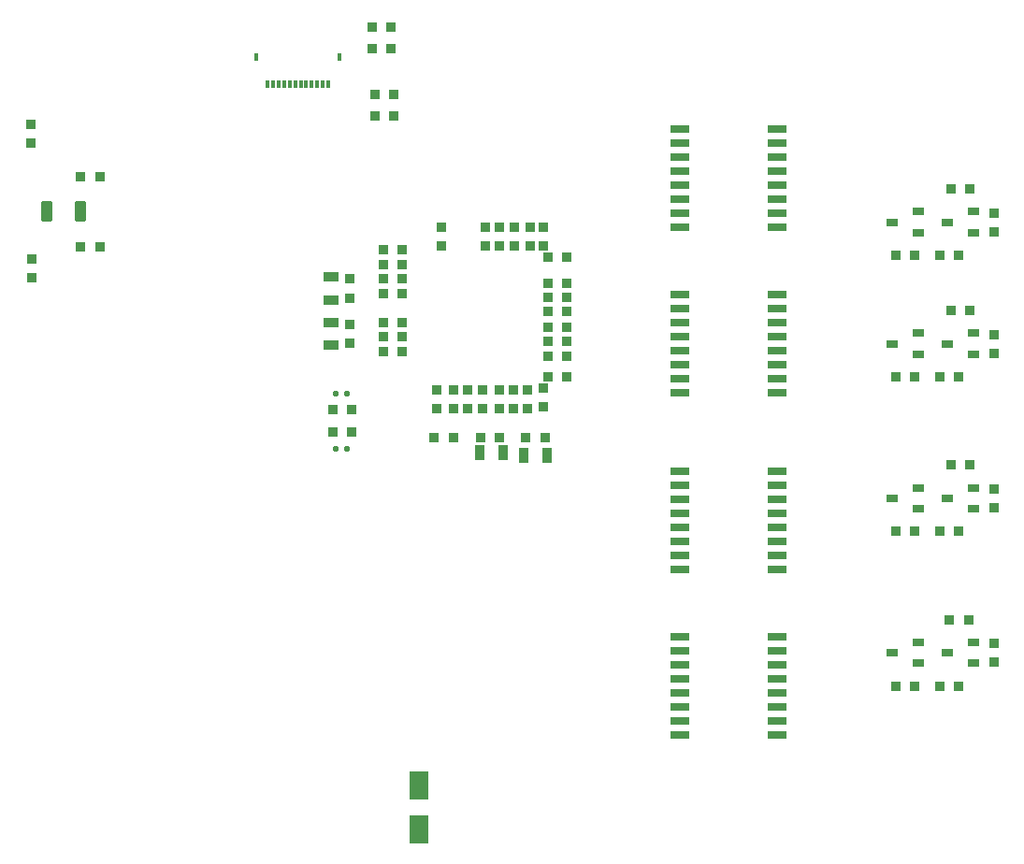
<source format=gbp>
G04*
G04 #@! TF.GenerationSoftware,Altium Limited,Altium Designer,23.4.1 (23)*
G04*
G04 Layer_Color=128*
%FSLAX44Y44*%
%MOMM*%
G71*
G04*
G04 #@! TF.SameCoordinates,71779357-5CD3-41FB-92FB-A5B7E85101D3*
G04*
G04*
G04 #@! TF.FilePolarity,Positive*
G04*
G01*
G75*
%ADD53R,1.7018X0.7620*%
G04:AMPARAMS|DCode=54|XSize=0.9mm|YSize=0.8mm|CornerRadius=0.06mm|HoleSize=0mm|Usage=FLASHONLY|Rotation=90.000|XOffset=0mm|YOffset=0mm|HoleType=Round|Shape=RoundedRectangle|*
%AMROUNDEDRECTD54*
21,1,0.9000,0.6800,0,0,90.0*
21,1,0.7800,0.8000,0,0,90.0*
1,1,0.1200,0.3400,0.3900*
1,1,0.1200,0.3400,-0.3900*
1,1,0.1200,-0.3400,-0.3900*
1,1,0.1200,-0.3400,0.3900*
%
%ADD54ROUNDEDRECTD54*%
G04:AMPARAMS|DCode=55|XSize=0.9mm|YSize=0.8mm|CornerRadius=0.06mm|HoleSize=0mm|Usage=FLASHONLY|Rotation=180.000|XOffset=0mm|YOffset=0mm|HoleType=Round|Shape=RoundedRectangle|*
%AMROUNDEDRECTD55*
21,1,0.9000,0.6800,0,0,180.0*
21,1,0.7800,0.8000,0,0,180.0*
1,1,0.1200,-0.3900,0.3400*
1,1,0.1200,0.3900,0.3400*
1,1,0.1200,0.3900,-0.3400*
1,1,0.1200,-0.3900,-0.3400*
%
%ADD55ROUNDEDRECTD55*%
G04:AMPARAMS|DCode=64|XSize=0.9mm|YSize=1.4mm|CornerRadius=0.0675mm|HoleSize=0mm|Usage=FLASHONLY|Rotation=0.000|XOffset=0mm|YOffset=0mm|HoleType=Round|Shape=RoundedRectangle|*
%AMROUNDEDRECTD64*
21,1,0.9000,1.2650,0,0,0.0*
21,1,0.7650,1.4000,0,0,0.0*
1,1,0.1350,0.3825,-0.6325*
1,1,0.1350,-0.3825,-0.6325*
1,1,0.1350,-0.3825,0.6325*
1,1,0.1350,0.3825,0.6325*
%
%ADD64ROUNDEDRECTD64*%
G04:AMPARAMS|DCode=71|XSize=1mm|YSize=1.8mm|CornerRadius=0.05mm|HoleSize=0mm|Usage=FLASHONLY|Rotation=180.000|XOffset=0mm|YOffset=0mm|HoleType=Round|Shape=RoundedRectangle|*
%AMROUNDEDRECTD71*
21,1,1.0000,1.7000,0,0,180.0*
21,1,0.9000,1.8000,0,0,180.0*
1,1,0.1000,-0.4500,0.8500*
1,1,0.1000,0.4500,0.8500*
1,1,0.1000,0.4500,-0.8500*
1,1,0.1000,-0.4500,-0.8500*
%
%ADD71ROUNDEDRECTD71*%
G04:AMPARAMS|DCode=72|XSize=0.6mm|YSize=1.05mm|CornerRadius=0.045mm|HoleSize=0mm|Usage=FLASHONLY|Rotation=270.000|XOffset=0mm|YOffset=0mm|HoleType=Round|Shape=RoundedRectangle|*
%AMROUNDEDRECTD72*
21,1,0.6000,0.9600,0,0,270.0*
21,1,0.5100,1.0500,0,0,270.0*
1,1,0.0900,-0.4800,-0.2550*
1,1,0.0900,-0.4800,0.2550*
1,1,0.0900,0.4800,0.2550*
1,1,0.0900,0.4800,-0.2550*
%
%ADD72ROUNDEDRECTD72*%
%ADD80R,0.3000X0.8000*%
%ADD81R,0.4000X0.8000*%
G04:AMPARAMS|DCode=88|XSize=0.9mm|YSize=1.4mm|CornerRadius=0.0675mm|HoleSize=0mm|Usage=FLASHONLY|Rotation=270.000|XOffset=0mm|YOffset=0mm|HoleType=Round|Shape=RoundedRectangle|*
%AMROUNDEDRECTD88*
21,1,0.9000,1.2650,0,0,270.0*
21,1,0.7650,1.4000,0,0,270.0*
1,1,0.1350,-0.6325,-0.3825*
1,1,0.1350,-0.6325,0.3825*
1,1,0.1350,0.6325,0.3825*
1,1,0.1350,0.6325,-0.3825*
%
%ADD88ROUNDEDRECTD88*%
%ADD191R,1.7000X2.5000*%
G04:AMPARAMS|DCode=192|XSize=0.5mm|YSize=0.5mm|CornerRadius=0.0625mm|HoleSize=0mm|Usage=FLASHONLY|Rotation=180.000|XOffset=0mm|YOffset=0mm|HoleType=Round|Shape=RoundedRectangle|*
%AMROUNDEDRECTD192*
21,1,0.5000,0.3750,0,0,180.0*
21,1,0.3750,0.5000,0,0,180.0*
1,1,0.1250,-0.1875,0.1875*
1,1,0.1250,0.1875,0.1875*
1,1,0.1250,0.1875,-0.1875*
1,1,0.1250,-0.1875,-0.1875*
%
%ADD192ROUNDEDRECTD192*%
D53*
X774069Y585550D02*
D03*
Y598250D02*
D03*
Y610950D02*
D03*
Y623650D02*
D03*
Y636350D02*
D03*
Y649050D02*
D03*
Y661750D02*
D03*
Y674450D02*
D03*
X685931D02*
D03*
Y661750D02*
D03*
Y649050D02*
D03*
Y636350D02*
D03*
Y623650D02*
D03*
Y610950D02*
D03*
Y598250D02*
D03*
Y585550D02*
D03*
X774069Y435550D02*
D03*
Y448250D02*
D03*
Y460950D02*
D03*
Y473650D02*
D03*
Y486350D02*
D03*
Y499050D02*
D03*
Y511750D02*
D03*
Y524450D02*
D03*
X685931D02*
D03*
Y511750D02*
D03*
Y499050D02*
D03*
Y486350D02*
D03*
Y473650D02*
D03*
Y460950D02*
D03*
Y448250D02*
D03*
Y435550D02*
D03*
Y275550D02*
D03*
Y288250D02*
D03*
Y300950D02*
D03*
Y313650D02*
D03*
Y326350D02*
D03*
Y339050D02*
D03*
Y351750D02*
D03*
Y364450D02*
D03*
X774069D02*
D03*
Y351750D02*
D03*
Y339050D02*
D03*
Y326350D02*
D03*
Y313650D02*
D03*
Y300950D02*
D03*
Y288250D02*
D03*
Y275550D02*
D03*
Y125550D02*
D03*
Y138250D02*
D03*
Y150950D02*
D03*
Y163650D02*
D03*
Y176350D02*
D03*
Y189050D02*
D03*
Y201750D02*
D03*
Y214450D02*
D03*
X685931D02*
D03*
Y201750D02*
D03*
Y189050D02*
D03*
Y176350D02*
D03*
Y163650D02*
D03*
Y150950D02*
D03*
Y138250D02*
D03*
Y125550D02*
D03*
D54*
X99000Y556500D02*
D03*
Y539500D02*
D03*
X98000Y678500D02*
D03*
Y661500D02*
D03*
X510000Y568500D02*
D03*
Y585500D02*
D03*
X522000Y568500D02*
D03*
Y585500D02*
D03*
X536000Y568500D02*
D03*
Y585500D02*
D03*
X387000Y521500D02*
D03*
Y538500D02*
D03*
Y480500D02*
D03*
Y497500D02*
D03*
X481000Y438500D02*
D03*
Y421500D02*
D03*
X494000Y438500D02*
D03*
Y421500D02*
D03*
X507000Y438500D02*
D03*
Y421500D02*
D03*
X562000Y439500D02*
D03*
Y422500D02*
D03*
X535000Y438500D02*
D03*
Y421500D02*
D03*
X970000Y208500D02*
D03*
Y191500D02*
D03*
Y348500D02*
D03*
Y331500D02*
D03*
Y581500D02*
D03*
Y598500D02*
D03*
Y471500D02*
D03*
Y488500D02*
D03*
X550000Y585500D02*
D03*
Y568500D02*
D03*
X562000Y585500D02*
D03*
Y568500D02*
D03*
X548000Y421500D02*
D03*
Y438500D02*
D03*
X522000Y421500D02*
D03*
Y438500D02*
D03*
X466000Y421500D02*
D03*
Y438500D02*
D03*
X470000Y585500D02*
D03*
Y568500D02*
D03*
D55*
X160500Y568000D02*
D03*
X143500D02*
D03*
X160500Y631000D02*
D03*
X143500D02*
D03*
X434500Y565000D02*
D03*
X417500D02*
D03*
X434500Y499000D02*
D03*
X417500D02*
D03*
X434500Y473000D02*
D03*
X417500D02*
D03*
X505500Y395000D02*
D03*
X522500D02*
D03*
X566500Y450000D02*
D03*
X583500D02*
D03*
X566500Y469000D02*
D03*
X583500D02*
D03*
X566500Y509000D02*
D03*
X583500D02*
D03*
X898500Y170000D02*
D03*
X881500D02*
D03*
X898500Y310000D02*
D03*
X881500D02*
D03*
X931500Y370000D02*
D03*
X948500D02*
D03*
X921500Y560000D02*
D03*
X938500D02*
D03*
X898500D02*
D03*
X881500D02*
D03*
X931500Y620000D02*
D03*
X948500D02*
D03*
X463500Y395000D02*
D03*
X480500D02*
D03*
X881500Y450000D02*
D03*
X898500D02*
D03*
X948500Y510000D02*
D03*
X931500D02*
D03*
X938500Y450000D02*
D03*
X921500D02*
D03*
X938500Y310000D02*
D03*
X921500D02*
D03*
X938500Y170000D02*
D03*
X921500D02*
D03*
X947000Y230000D02*
D03*
X930000D02*
D03*
X424500Y747000D02*
D03*
X407500D02*
D03*
X424500Y767000D02*
D03*
X407500D02*
D03*
X426500Y686000D02*
D03*
X409500D02*
D03*
X426500Y706000D02*
D03*
X409500D02*
D03*
X388500Y400000D02*
D03*
X371500D02*
D03*
X388500Y420000D02*
D03*
X371500D02*
D03*
X546500Y395000D02*
D03*
X563500D02*
D03*
X583500Y535000D02*
D03*
X566500D02*
D03*
X583500Y522000D02*
D03*
X566500D02*
D03*
X583500Y495000D02*
D03*
X566500D02*
D03*
X583500Y482000D02*
D03*
X566500D02*
D03*
X417500Y525000D02*
D03*
X434500D02*
D03*
X417500Y486000D02*
D03*
X434500D02*
D03*
X417500Y539000D02*
D03*
X434500D02*
D03*
X583500Y558000D02*
D03*
X566500D02*
D03*
X417500Y552000D02*
D03*
X434500D02*
D03*
D64*
X525500Y381000D02*
D03*
X504500D02*
D03*
X544500Y379000D02*
D03*
X565500D02*
D03*
D71*
X113000Y600000D02*
D03*
X143000D02*
D03*
D72*
X901850Y209500D02*
D03*
Y190500D02*
D03*
X878150Y200000D02*
D03*
X951850Y209500D02*
D03*
Y190500D02*
D03*
X928150Y200000D02*
D03*
X901850Y349500D02*
D03*
Y330500D02*
D03*
X878150Y340000D02*
D03*
X951850Y349500D02*
D03*
Y330500D02*
D03*
X928150Y340000D02*
D03*
X901850Y489500D02*
D03*
Y470500D02*
D03*
X878150Y480000D02*
D03*
X951850Y489500D02*
D03*
Y470500D02*
D03*
X928150Y480000D02*
D03*
X901850Y599500D02*
D03*
Y580500D02*
D03*
X878150Y590000D02*
D03*
X951850Y599500D02*
D03*
Y580500D02*
D03*
X928150Y590000D02*
D03*
D80*
X312500Y714800D02*
D03*
X317500D02*
D03*
X322500D02*
D03*
X327500D02*
D03*
X332500D02*
D03*
X337500D02*
D03*
X342500D02*
D03*
X347500D02*
D03*
X352500D02*
D03*
X357500D02*
D03*
X362500D02*
D03*
X367500D02*
D03*
D81*
X302500Y739800D02*
D03*
X377500D02*
D03*
D88*
X370000Y519500D02*
D03*
Y540500D02*
D03*
Y499500D02*
D03*
Y478500D02*
D03*
D191*
X450000Y40000D02*
D03*
Y80000D02*
D03*
D192*
X374377Y435000D02*
D03*
X384377D02*
D03*
X374377Y385000D02*
D03*
X384377D02*
D03*
M02*

</source>
